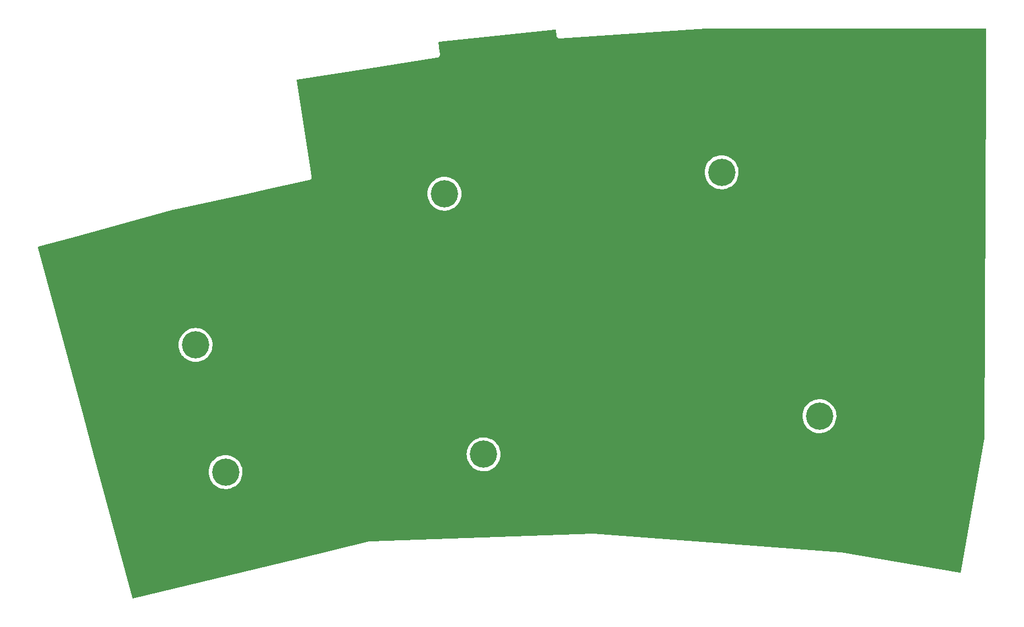
<source format=gtl>
%TF.GenerationSoftware,KiCad,Pcbnew,(6.0.0-0)*%
%TF.CreationDate,2022-02-08T20:13:19+07:00*%
%TF.ProjectId,PCB Bottom,50434220-426f-4747-946f-6d2e6b696361,rev?*%
%TF.SameCoordinates,Original*%
%TF.FileFunction,Copper,L1,Top*%
%TF.FilePolarity,Positive*%
%FSLAX46Y46*%
G04 Gerber Fmt 4.6, Leading zero omitted, Abs format (unit mm)*
G04 Created by KiCad (PCBNEW (6.0.0-0)) date 2022-02-08 20:13:19*
%MOMM*%
%LPD*%
G01*
G04 APERTURE LIST*
%TA.AperFunction,ComponentPad*%
%ADD10C,4.200000*%
%TD*%
G04 APERTURE END LIST*
D10*
%TO.P,,*%
%TO.N,*%
X83007200Y-81280000D03*
%TD*%
%TO.P,,*%
%TO.N,*%
X43241594Y-84021403D03*
%TD*%
%TO.P,REF\u002A\u002A,*%
%TO.N,*%
X38608000Y-64414400D03*
%TD*%
%TO.P,,*%
%TO.N,*%
X134771541Y-75397056D03*
%TD*%
%TO.P,,*%
%TO.N,*%
X119695594Y-37793403D03*
%TD*%
%TO.P,,*%
%TO.N,*%
X76972794Y-41095403D03*
%TD*%
%TA.AperFunction,NonConductor*%
G36*
X160432265Y-15664605D02*
G01*
X160478758Y-15718261D01*
X160490143Y-15771205D01*
X160452568Y-23619157D01*
X160188651Y-78741904D01*
X160186732Y-78763211D01*
X156530988Y-99466042D01*
X156499445Y-99529647D01*
X156438523Y-99566101D01*
X156385223Y-99568252D01*
X138129130Y-96378343D01*
X138122294Y-96376950D01*
X138105501Y-96373040D01*
X138105490Y-96373038D01*
X138100759Y-96371937D01*
X138095903Y-96371576D01*
X138095898Y-96371575D01*
X138092519Y-96371323D01*
X138080200Y-96369793D01*
X138075106Y-96368903D01*
X138052075Y-96368195D01*
X138046615Y-96367909D01*
X99941948Y-93532896D01*
X99936181Y-93532332D01*
X99911067Y-93529293D01*
X99905844Y-93529471D01*
X99899053Y-93529334D01*
X99899053Y-93529386D01*
X99894571Y-93529372D01*
X99890102Y-93529039D01*
X99885637Y-93529343D01*
X99885633Y-93529343D01*
X99863829Y-93530828D01*
X99859554Y-93531046D01*
X99811470Y-93532682D01*
X65602618Y-94696592D01*
X65590805Y-94696440D01*
X65587462Y-94696240D01*
X65578666Y-94694438D01*
X65569720Y-94695177D01*
X65569718Y-94695177D01*
X65543173Y-94697370D01*
X65520599Y-94699236D01*
X65514523Y-94699590D01*
X65494257Y-94700279D01*
X65489843Y-94701065D01*
X65489844Y-94701065D01*
X65488213Y-94701355D01*
X65476497Y-94702879D01*
X65467239Y-94703644D01*
X65462510Y-94704786D01*
X65462508Y-94704786D01*
X65448105Y-94708263D01*
X65440630Y-94709830D01*
X65425466Y-94712531D01*
X65387275Y-94719333D01*
X65379231Y-94723326D01*
X65370711Y-94726135D01*
X65370541Y-94725619D01*
X65359324Y-94729697D01*
X54380251Y-97380338D01*
X28996317Y-103508696D01*
X28925406Y-103505239D01*
X28867619Y-103463993D01*
X28845062Y-103418903D01*
X23626975Y-83994037D01*
X40628469Y-83994037D01*
X40644108Y-84308168D01*
X40644749Y-84311899D01*
X40644750Y-84311907D01*
X40696727Y-84614400D01*
X40696729Y-84614408D01*
X40697371Y-84618145D01*
X40787489Y-84919478D01*
X40913155Y-85207802D01*
X41072549Y-85478940D01*
X41074850Y-85481955D01*
X41261063Y-85725953D01*
X41261068Y-85725958D01*
X41263363Y-85728966D01*
X41482832Y-85954257D01*
X41550236Y-86008548D01*
X41724824Y-86149172D01*
X41724829Y-86149176D01*
X41727777Y-86151550D01*
X41730997Y-86153558D01*
X41991423Y-86315976D01*
X41991430Y-86315980D01*
X41994650Y-86317988D01*
X42279586Y-86451158D01*
X42283196Y-86452341D01*
X42283200Y-86452343D01*
X42371356Y-86481242D01*
X42578456Y-86549133D01*
X42886933Y-86610493D01*
X42890705Y-86610780D01*
X42890713Y-86610781D01*
X43196770Y-86634062D01*
X43196775Y-86634062D01*
X43200547Y-86634349D01*
X43514755Y-86620355D01*
X43518493Y-86619733D01*
X43518501Y-86619732D01*
X43669491Y-86594600D01*
X43825006Y-86568715D01*
X44126807Y-86480177D01*
X44415785Y-86356022D01*
X44419062Y-86354118D01*
X44419069Y-86354115D01*
X44576825Y-86262482D01*
X44687754Y-86198049D01*
X44776693Y-86130907D01*
X44935750Y-86010833D01*
X44935756Y-86010828D01*
X44938776Y-86008548D01*
X45165213Y-85790261D01*
X45363786Y-85546353D01*
X45531618Y-85280354D01*
X45666279Y-84996120D01*
X45765817Y-84697767D01*
X45828791Y-84389616D01*
X45854289Y-84076131D01*
X45854862Y-84021403D01*
X45847101Y-83892659D01*
X45836163Y-83711231D01*
X45836163Y-83711227D01*
X45835935Y-83707453D01*
X45819254Y-83616118D01*
X45780108Y-83401773D01*
X45780107Y-83401769D01*
X45779428Y-83398051D01*
X45686160Y-83097679D01*
X45557481Y-82810686D01*
X45395257Y-82541232D01*
X45392930Y-82538248D01*
X45392925Y-82538241D01*
X45204166Y-82296206D01*
X45204160Y-82296199D01*
X45201835Y-82293218D01*
X44980019Y-82070237D01*
X44733022Y-81875520D01*
X44464420Y-81711887D01*
X44316048Y-81644426D01*
X44181557Y-81583276D01*
X44181549Y-81583273D01*
X44178105Y-81581707D01*
X43878225Y-81486867D01*
X43740957Y-81461054D01*
X43572847Y-81429441D01*
X43572842Y-81429440D01*
X43569123Y-81428741D01*
X43255277Y-81408171D01*
X43251497Y-81408379D01*
X43251496Y-81408379D01*
X43159925Y-81413419D01*
X42941232Y-81425454D01*
X42937505Y-81426115D01*
X42937501Y-81426115D01*
X42827842Y-81445550D01*
X42631539Y-81480340D01*
X42627923Y-81481442D01*
X42627915Y-81481444D01*
X42334306Y-81570929D01*
X42334299Y-81570932D01*
X42330682Y-81572034D01*
X42043020Y-81699208D01*
X42039766Y-81701144D01*
X42039760Y-81701147D01*
X41775978Y-81858081D01*
X41772719Y-81860020D01*
X41523696Y-82052140D01*
X41299557Y-82272785D01*
X41283275Y-82293218D01*
X41105915Y-82515791D01*
X41105909Y-82515800D01*
X41103550Y-82518760D01*
X40938512Y-82786501D01*
X40806835Y-83072130D01*
X40710427Y-83371510D01*
X40709708Y-83375226D01*
X40709706Y-83375234D01*
X40651402Y-83676584D01*
X40651401Y-83676593D01*
X40650683Y-83680303D01*
X40650416Y-83684079D01*
X40650415Y-83684084D01*
X40628737Y-83990248D01*
X40628469Y-83994037D01*
X23626975Y-83994037D01*
X22890554Y-81252634D01*
X80394075Y-81252634D01*
X80409714Y-81566765D01*
X80410355Y-81570496D01*
X80410356Y-81570504D01*
X80462333Y-81872997D01*
X80462335Y-81873005D01*
X80462977Y-81876742D01*
X80464065Y-81880381D01*
X80464066Y-81880384D01*
X80516227Y-82054796D01*
X80553095Y-82178075D01*
X80678761Y-82466399D01*
X80838155Y-82737537D01*
X80840456Y-82740552D01*
X81026669Y-82984550D01*
X81026674Y-82984555D01*
X81028969Y-82987563D01*
X81248438Y-83212854D01*
X81315842Y-83267145D01*
X81490430Y-83407769D01*
X81490435Y-83407773D01*
X81493383Y-83410147D01*
X81496603Y-83412155D01*
X81757029Y-83574573D01*
X81757036Y-83574577D01*
X81760256Y-83576585D01*
X82045192Y-83709755D01*
X82048802Y-83710938D01*
X82048806Y-83710940D01*
X82136962Y-83739839D01*
X82344062Y-83807730D01*
X82652539Y-83869090D01*
X82656311Y-83869377D01*
X82656319Y-83869378D01*
X82962376Y-83892659D01*
X82962381Y-83892659D01*
X82966153Y-83892946D01*
X83280361Y-83878952D01*
X83284099Y-83878330D01*
X83284107Y-83878329D01*
X83435097Y-83853197D01*
X83590612Y-83827312D01*
X83892413Y-83738774D01*
X84181391Y-83614619D01*
X84184668Y-83612715D01*
X84184675Y-83612712D01*
X84342431Y-83521079D01*
X84453360Y-83456646D01*
X84570916Y-83367901D01*
X84701356Y-83269430D01*
X84701362Y-83269425D01*
X84704382Y-83267145D01*
X84883761Y-83094222D01*
X84928092Y-83051487D01*
X84928093Y-83051486D01*
X84930819Y-83048858D01*
X85129392Y-82804950D01*
X85202402Y-82689236D01*
X85295201Y-82542158D01*
X85295204Y-82542152D01*
X85297224Y-82538951D01*
X85431885Y-82254717D01*
X85531423Y-81956364D01*
X85594397Y-81648213D01*
X85619895Y-81334728D01*
X85620468Y-81280000D01*
X85601541Y-80966050D01*
X85545034Y-80656648D01*
X85451766Y-80356276D01*
X85323087Y-80069283D01*
X85160863Y-79799829D01*
X85158536Y-79796845D01*
X85158531Y-79796838D01*
X84969772Y-79554803D01*
X84969766Y-79554796D01*
X84967441Y-79551815D01*
X84745625Y-79328834D01*
X84498628Y-79134117D01*
X84230026Y-78970484D01*
X84115654Y-78918482D01*
X83947163Y-78841873D01*
X83947155Y-78841870D01*
X83943711Y-78840304D01*
X83643831Y-78745464D01*
X83506563Y-78719651D01*
X83338453Y-78688038D01*
X83338448Y-78688037D01*
X83334729Y-78687338D01*
X83020883Y-78666768D01*
X83017103Y-78666976D01*
X83017102Y-78666976D01*
X82925531Y-78672016D01*
X82706838Y-78684051D01*
X82703111Y-78684712D01*
X82703107Y-78684712D01*
X82593448Y-78704147D01*
X82397145Y-78738937D01*
X82393529Y-78740039D01*
X82393521Y-78740041D01*
X82099912Y-78829526D01*
X82099905Y-78829529D01*
X82096288Y-78830631D01*
X81808626Y-78957805D01*
X81805372Y-78959741D01*
X81805366Y-78959744D01*
X81541584Y-79116678D01*
X81538325Y-79118617D01*
X81289302Y-79310737D01*
X81065163Y-79531382D01*
X81048881Y-79551815D01*
X80871521Y-79774388D01*
X80871515Y-79774397D01*
X80869156Y-79777357D01*
X80704118Y-80045098D01*
X80572441Y-80330727D01*
X80476033Y-80630107D01*
X80475314Y-80633823D01*
X80475312Y-80633831D01*
X80417008Y-80935181D01*
X80417007Y-80935190D01*
X80416289Y-80938900D01*
X80416022Y-80942676D01*
X80416021Y-80942681D01*
X80414099Y-80969828D01*
X80394075Y-81252634D01*
X22890554Y-81252634D01*
X21310223Y-75369690D01*
X132158416Y-75369690D01*
X132174055Y-75683821D01*
X132174696Y-75687552D01*
X132174697Y-75687560D01*
X132226674Y-75990053D01*
X132226676Y-75990061D01*
X132227318Y-75993798D01*
X132317436Y-76295131D01*
X132443102Y-76583455D01*
X132602496Y-76854593D01*
X132604797Y-76857608D01*
X132791010Y-77101606D01*
X132791015Y-77101611D01*
X132793310Y-77104619D01*
X133012779Y-77329910D01*
X133080183Y-77384201D01*
X133254771Y-77524825D01*
X133254776Y-77524829D01*
X133257724Y-77527203D01*
X133260944Y-77529211D01*
X133521370Y-77691629D01*
X133521377Y-77691633D01*
X133524597Y-77693641D01*
X133809533Y-77826811D01*
X133813143Y-77827994D01*
X133813147Y-77827996D01*
X133901303Y-77856895D01*
X134108403Y-77924786D01*
X134416880Y-77986146D01*
X134420652Y-77986433D01*
X134420660Y-77986434D01*
X134726717Y-78009715D01*
X134726722Y-78009715D01*
X134730494Y-78010002D01*
X135044702Y-77996008D01*
X135048440Y-77995386D01*
X135048448Y-77995385D01*
X135199438Y-77970253D01*
X135354953Y-77944368D01*
X135656754Y-77855830D01*
X135945732Y-77731675D01*
X135949009Y-77729771D01*
X135949016Y-77729768D01*
X136106772Y-77638135D01*
X136217701Y-77573702D01*
X136306640Y-77506560D01*
X136465697Y-77386486D01*
X136465703Y-77386481D01*
X136468723Y-77384201D01*
X136695160Y-77165914D01*
X136893733Y-76922006D01*
X137061565Y-76656007D01*
X137196226Y-76371773D01*
X137295764Y-76073420D01*
X137358738Y-75765269D01*
X137384236Y-75451784D01*
X137384809Y-75397056D01*
X137365882Y-75083106D01*
X137309375Y-74773704D01*
X137216107Y-74473332D01*
X137087428Y-74186339D01*
X136925204Y-73916885D01*
X136922877Y-73913901D01*
X136922872Y-73913894D01*
X136734113Y-73671859D01*
X136734107Y-73671852D01*
X136731782Y-73668871D01*
X136509966Y-73445890D01*
X136262969Y-73251173D01*
X135994367Y-73087540D01*
X135879995Y-73035538D01*
X135711504Y-72958929D01*
X135711496Y-72958926D01*
X135708052Y-72957360D01*
X135408172Y-72862520D01*
X135270904Y-72836707D01*
X135102794Y-72805094D01*
X135102789Y-72805093D01*
X135099070Y-72804394D01*
X134785224Y-72783824D01*
X134781444Y-72784032D01*
X134781443Y-72784032D01*
X134689872Y-72789072D01*
X134471179Y-72801107D01*
X134467452Y-72801768D01*
X134467448Y-72801768D01*
X134357789Y-72821203D01*
X134161486Y-72855993D01*
X134157870Y-72857095D01*
X134157862Y-72857097D01*
X133864253Y-72946582D01*
X133864246Y-72946585D01*
X133860629Y-72947687D01*
X133572967Y-73074861D01*
X133569713Y-73076797D01*
X133569707Y-73076800D01*
X133305925Y-73233734D01*
X133302666Y-73235673D01*
X133053643Y-73427793D01*
X132829504Y-73648438D01*
X132813222Y-73668871D01*
X132635862Y-73891444D01*
X132635856Y-73891453D01*
X132633497Y-73894413D01*
X132468459Y-74162154D01*
X132336782Y-74447783D01*
X132240374Y-74747163D01*
X132239655Y-74750879D01*
X132239653Y-74750887D01*
X132181349Y-75052237D01*
X132181348Y-75052246D01*
X132180630Y-75055956D01*
X132180363Y-75059732D01*
X132180362Y-75059737D01*
X132178440Y-75086884D01*
X132158416Y-75369690D01*
X21310223Y-75369690D01*
X18359961Y-64387034D01*
X35994875Y-64387034D01*
X36010514Y-64701165D01*
X36011155Y-64704896D01*
X36011156Y-64704904D01*
X36063133Y-65007397D01*
X36063135Y-65007405D01*
X36063777Y-65011142D01*
X36153895Y-65312475D01*
X36279561Y-65600799D01*
X36438955Y-65871937D01*
X36441256Y-65874952D01*
X36627469Y-66118950D01*
X36627474Y-66118955D01*
X36629769Y-66121963D01*
X36849238Y-66347254D01*
X36916642Y-66401545D01*
X37091230Y-66542169D01*
X37091235Y-66542173D01*
X37094183Y-66544547D01*
X37097403Y-66546555D01*
X37357829Y-66708973D01*
X37357836Y-66708977D01*
X37361056Y-66710985D01*
X37645992Y-66844155D01*
X37649602Y-66845338D01*
X37649606Y-66845340D01*
X37737762Y-66874239D01*
X37944862Y-66942130D01*
X38253339Y-67003490D01*
X38257111Y-67003777D01*
X38257119Y-67003778D01*
X38563176Y-67027059D01*
X38563181Y-67027059D01*
X38566953Y-67027346D01*
X38881161Y-67013352D01*
X38884899Y-67012730D01*
X38884907Y-67012729D01*
X39035897Y-66987597D01*
X39191412Y-66961712D01*
X39493213Y-66873174D01*
X39782191Y-66749019D01*
X39785468Y-66747115D01*
X39785475Y-66747112D01*
X39943231Y-66655479D01*
X40054160Y-66591046D01*
X40143099Y-66523904D01*
X40302156Y-66403830D01*
X40302162Y-66403825D01*
X40305182Y-66401545D01*
X40531619Y-66183258D01*
X40730192Y-65939350D01*
X40898024Y-65673351D01*
X41032685Y-65389117D01*
X41132223Y-65090764D01*
X41195197Y-64782613D01*
X41220695Y-64469128D01*
X41221268Y-64414400D01*
X41202341Y-64100450D01*
X41145834Y-63791048D01*
X41052566Y-63490676D01*
X40923887Y-63203683D01*
X40761663Y-62934229D01*
X40759336Y-62931245D01*
X40759331Y-62931238D01*
X40570572Y-62689203D01*
X40570566Y-62689196D01*
X40568241Y-62686215D01*
X40346425Y-62463234D01*
X40099428Y-62268517D01*
X39830826Y-62104884D01*
X39716454Y-62052882D01*
X39547963Y-61976273D01*
X39547955Y-61976270D01*
X39544511Y-61974704D01*
X39244631Y-61879864D01*
X39107363Y-61854051D01*
X38939253Y-61822438D01*
X38939248Y-61822437D01*
X38935529Y-61821738D01*
X38621683Y-61801168D01*
X38617903Y-61801376D01*
X38617902Y-61801376D01*
X38526331Y-61806416D01*
X38307638Y-61818451D01*
X38303911Y-61819112D01*
X38303907Y-61819112D01*
X38194248Y-61838547D01*
X37997945Y-61873337D01*
X37994329Y-61874439D01*
X37994321Y-61874441D01*
X37700712Y-61963926D01*
X37700705Y-61963929D01*
X37697088Y-61965031D01*
X37409426Y-62092205D01*
X37406172Y-62094141D01*
X37406166Y-62094144D01*
X37142384Y-62251078D01*
X37139125Y-62253017D01*
X36890102Y-62445137D01*
X36665963Y-62665782D01*
X36649681Y-62686215D01*
X36472321Y-62908788D01*
X36472315Y-62908797D01*
X36469956Y-62911757D01*
X36304918Y-63179498D01*
X36173241Y-63465127D01*
X36076833Y-63764507D01*
X36076114Y-63768223D01*
X36076112Y-63768231D01*
X36017808Y-64069581D01*
X36017807Y-64069590D01*
X36017089Y-64073300D01*
X36016822Y-64077076D01*
X36016821Y-64077081D01*
X36014899Y-64104228D01*
X35994875Y-64387034D01*
X18359961Y-64387034D01*
X14335581Y-49405867D01*
X14337226Y-49334890D01*
X14376982Y-49276069D01*
X14424064Y-49251632D01*
X19588807Y-47840836D01*
X35186072Y-43580301D01*
X35192384Y-43578751D01*
X46685873Y-41068037D01*
X74359669Y-41068037D01*
X74375308Y-41382168D01*
X74375949Y-41385899D01*
X74375950Y-41385907D01*
X74427927Y-41688400D01*
X74427929Y-41688408D01*
X74428571Y-41692145D01*
X74518689Y-41993478D01*
X74644355Y-42281802D01*
X74803749Y-42552940D01*
X74806050Y-42555955D01*
X74992263Y-42799953D01*
X74992268Y-42799958D01*
X74994563Y-42802966D01*
X75214032Y-43028257D01*
X75281436Y-43082548D01*
X75456024Y-43223172D01*
X75456029Y-43223176D01*
X75458977Y-43225550D01*
X75462197Y-43227558D01*
X75722623Y-43389976D01*
X75722630Y-43389980D01*
X75725850Y-43391988D01*
X76010786Y-43525158D01*
X76014396Y-43526341D01*
X76014400Y-43526343D01*
X76178998Y-43580301D01*
X76309656Y-43623133D01*
X76618133Y-43684493D01*
X76621905Y-43684780D01*
X76621913Y-43684781D01*
X76927970Y-43708062D01*
X76927975Y-43708062D01*
X76931747Y-43708349D01*
X77245955Y-43694355D01*
X77249693Y-43693733D01*
X77249701Y-43693732D01*
X77400691Y-43668600D01*
X77556206Y-43642715D01*
X77858007Y-43554177D01*
X78146985Y-43430022D01*
X78150262Y-43428118D01*
X78150269Y-43428115D01*
X78308025Y-43336482D01*
X78418954Y-43272049D01*
X78507893Y-43204907D01*
X78666950Y-43084833D01*
X78666956Y-43084828D01*
X78669976Y-43082548D01*
X78896413Y-42864261D01*
X79094986Y-42620353D01*
X79262818Y-42354354D01*
X79397479Y-42070120D01*
X79497017Y-41771767D01*
X79559991Y-41463616D01*
X79585489Y-41150131D01*
X79586062Y-41095403D01*
X79567135Y-40781453D01*
X79510628Y-40472051D01*
X79482820Y-40382493D01*
X79463767Y-40321133D01*
X79417360Y-40171679D01*
X79288681Y-39884686D01*
X79126457Y-39615232D01*
X79124130Y-39612248D01*
X79124125Y-39612241D01*
X78935366Y-39370206D01*
X78935360Y-39370199D01*
X78933035Y-39367218D01*
X78711219Y-39144237D01*
X78464222Y-38949520D01*
X78195620Y-38785887D01*
X78062516Y-38725368D01*
X77912757Y-38657276D01*
X77912749Y-38657273D01*
X77909305Y-38655707D01*
X77609425Y-38560867D01*
X77459086Y-38532596D01*
X77304047Y-38503441D01*
X77304042Y-38503440D01*
X77300323Y-38502741D01*
X76986477Y-38482171D01*
X76982697Y-38482379D01*
X76982696Y-38482379D01*
X76891125Y-38487419D01*
X76672432Y-38499454D01*
X76668705Y-38500115D01*
X76668701Y-38500115D01*
X76559042Y-38519550D01*
X76362739Y-38554340D01*
X76359123Y-38555442D01*
X76359115Y-38555444D01*
X76065506Y-38644929D01*
X76065499Y-38644932D01*
X76061882Y-38646034D01*
X75774220Y-38773208D01*
X75770966Y-38775144D01*
X75770960Y-38775147D01*
X75550774Y-38906144D01*
X75503919Y-38934020D01*
X75500918Y-38936335D01*
X75500914Y-38936338D01*
X75464476Y-38964450D01*
X75254896Y-39126140D01*
X75252197Y-39128796D01*
X75252198Y-39128796D01*
X75056649Y-39321297D01*
X75030757Y-39346785D01*
X75014475Y-39367218D01*
X74837115Y-39589791D01*
X74837109Y-39589800D01*
X74834750Y-39592760D01*
X74669712Y-39860501D01*
X74538035Y-40146130D01*
X74441627Y-40445510D01*
X74440908Y-40449226D01*
X74440906Y-40449234D01*
X74382602Y-40750584D01*
X74382601Y-40750593D01*
X74381883Y-40754303D01*
X74381616Y-40758079D01*
X74381615Y-40758084D01*
X74379693Y-40785231D01*
X74359669Y-41068037D01*
X46685873Y-41068037D01*
X49535663Y-40445510D01*
X56085382Y-39014746D01*
X56093368Y-39013270D01*
X56145690Y-39005335D01*
X56156609Y-39000262D01*
X56189329Y-38985058D01*
X56198353Y-38981284D01*
X56235028Y-38967591D01*
X56235030Y-38967590D01*
X56243440Y-38964450D01*
X56250630Y-38959077D01*
X56255345Y-38956504D01*
X56265023Y-38950723D01*
X56269514Y-38947799D01*
X56277654Y-38944016D01*
X56284403Y-38938103D01*
X56284406Y-38938101D01*
X56313853Y-38912301D01*
X56321457Y-38906144D01*
X56352809Y-38882714D01*
X56360000Y-38877340D01*
X56365394Y-38870163D01*
X56369209Y-38866358D01*
X56376833Y-38858140D01*
X56380349Y-38854042D01*
X56387104Y-38848124D01*
X56391926Y-38840548D01*
X56391928Y-38840546D01*
X56412945Y-38807527D01*
X56418504Y-38799498D01*
X56447426Y-38761016D01*
X56450588Y-38752615D01*
X56453175Y-38747905D01*
X56458206Y-38737837D01*
X56460419Y-38732941D01*
X56465240Y-38725368D01*
X56467742Y-38716744D01*
X56478647Y-38679155D01*
X56481734Y-38669876D01*
X56495526Y-38633234D01*
X56495527Y-38633232D01*
X56498689Y-38624830D01*
X56499366Y-38615881D01*
X56500528Y-38610633D01*
X56502535Y-38599535D01*
X56503283Y-38594233D01*
X56505783Y-38585614D01*
X56505764Y-38576640D01*
X56505680Y-38537492D01*
X56506039Y-38527714D01*
X56508993Y-38488684D01*
X56508993Y-38488679D01*
X56509670Y-38479730D01*
X56497850Y-38423994D01*
X56496656Y-38417530D01*
X56492908Y-38393787D01*
X56393790Y-37766037D01*
X117082469Y-37766037D01*
X117098108Y-38080168D01*
X117098749Y-38083899D01*
X117098750Y-38083907D01*
X117150727Y-38386400D01*
X117150729Y-38386408D01*
X117151371Y-38390145D01*
X117152459Y-38393784D01*
X117152460Y-38393787D01*
X117237804Y-38679155D01*
X117241489Y-38691478D01*
X117367155Y-38979802D01*
X117526549Y-39250940D01*
X117528850Y-39253955D01*
X117715063Y-39497953D01*
X117715068Y-39497958D01*
X117717363Y-39500966D01*
X117936832Y-39726257D01*
X118004236Y-39780548D01*
X118178824Y-39921172D01*
X118178829Y-39921176D01*
X118181777Y-39923550D01*
X118184997Y-39925558D01*
X118445423Y-40087976D01*
X118445430Y-40087980D01*
X118448650Y-40089988D01*
X118733586Y-40223158D01*
X118737196Y-40224341D01*
X118737200Y-40224343D01*
X118825356Y-40253242D01*
X119032456Y-40321133D01*
X119340933Y-40382493D01*
X119344705Y-40382780D01*
X119344713Y-40382781D01*
X119650770Y-40406062D01*
X119650775Y-40406062D01*
X119654547Y-40406349D01*
X119968755Y-40392355D01*
X119972493Y-40391733D01*
X119972501Y-40391732D01*
X120123491Y-40366600D01*
X120279006Y-40340715D01*
X120580807Y-40252177D01*
X120869785Y-40128022D01*
X120873062Y-40126118D01*
X120873069Y-40126115D01*
X121030825Y-40034482D01*
X121141754Y-39970049D01*
X121259146Y-39881428D01*
X121389750Y-39782833D01*
X121389756Y-39782828D01*
X121392776Y-39780548D01*
X121619213Y-39562261D01*
X121817786Y-39318353D01*
X121925951Y-39146921D01*
X121983595Y-39055561D01*
X121983598Y-39055555D01*
X121985618Y-39052354D01*
X122111862Y-38785887D01*
X122118654Y-38771550D01*
X122120279Y-38768120D01*
X122219817Y-38469767D01*
X122282791Y-38161616D01*
X122308289Y-37848131D01*
X122308862Y-37793403D01*
X122289935Y-37479453D01*
X122233428Y-37170051D01*
X122140160Y-36869679D01*
X122011481Y-36582686D01*
X121849257Y-36313232D01*
X121846930Y-36310248D01*
X121846925Y-36310241D01*
X121658166Y-36068206D01*
X121658160Y-36068199D01*
X121655835Y-36065218D01*
X121434019Y-35842237D01*
X121187022Y-35647520D01*
X120918420Y-35483887D01*
X120804048Y-35431885D01*
X120635557Y-35355276D01*
X120635549Y-35355273D01*
X120632105Y-35353707D01*
X120332225Y-35258867D01*
X120194957Y-35233054D01*
X120026847Y-35201441D01*
X120026842Y-35201440D01*
X120023123Y-35200741D01*
X119709277Y-35180171D01*
X119705497Y-35180379D01*
X119705496Y-35180379D01*
X119613925Y-35185419D01*
X119395232Y-35197454D01*
X119391505Y-35198115D01*
X119391501Y-35198115D01*
X119281842Y-35217550D01*
X119085539Y-35252340D01*
X119081923Y-35253442D01*
X119081915Y-35253444D01*
X118788306Y-35342929D01*
X118788299Y-35342932D01*
X118784682Y-35344034D01*
X118497020Y-35471208D01*
X118493766Y-35473144D01*
X118493760Y-35473147D01*
X118229978Y-35630081D01*
X118226719Y-35632020D01*
X117977696Y-35824140D01*
X117753557Y-36044785D01*
X117737275Y-36065218D01*
X117559915Y-36287791D01*
X117559909Y-36287800D01*
X117557550Y-36290760D01*
X117392512Y-36558501D01*
X117260835Y-36844130D01*
X117164427Y-37143510D01*
X117163708Y-37147226D01*
X117163706Y-37147234D01*
X117105402Y-37448584D01*
X117105401Y-37448593D01*
X117104683Y-37452303D01*
X117104416Y-37456079D01*
X117104415Y-37456084D01*
X117102493Y-37483231D01*
X117082469Y-37766037D01*
X56393790Y-37766037D01*
X54160072Y-23619156D01*
X54169205Y-23548751D01*
X54214953Y-23494458D01*
X54265155Y-23475005D01*
X65224187Y-21769709D01*
X75818443Y-20121176D01*
X75825527Y-20120279D01*
X75845723Y-20118300D01*
X75880745Y-20114868D01*
X75923079Y-20097853D01*
X75933225Y-20094271D01*
X75968275Y-20083559D01*
X75968278Y-20083558D01*
X75976859Y-20080935D01*
X75984797Y-20075722D01*
X76006965Y-20064135D01*
X76006968Y-20064134D01*
X76015762Y-20060599D01*
X76022818Y-20055048D01*
X76022822Y-20055045D01*
X76051604Y-20032399D01*
X76060342Y-20026108D01*
X76098488Y-20001056D01*
X76104307Y-19994220D01*
X76104310Y-19994217D01*
X76104637Y-19993833D01*
X76122667Y-19976484D01*
X76123065Y-19976171D01*
X76123067Y-19976169D01*
X76130121Y-19970619D01*
X76135336Y-19963309D01*
X76156615Y-19933481D01*
X76163242Y-19924985D01*
X76186993Y-19897083D01*
X76186994Y-19897082D01*
X76192810Y-19890249D01*
X76196476Y-19882056D01*
X76196478Y-19882053D01*
X76196689Y-19881582D01*
X76209116Y-19859885D01*
X76209413Y-19859468D01*
X76214628Y-19852158D01*
X76229633Y-19809078D01*
X76233609Y-19799064D01*
X76248574Y-19765617D01*
X76252240Y-19757424D01*
X76253529Y-19748021D01*
X76259373Y-19723690D01*
X76262491Y-19714739D01*
X76264802Y-19669174D01*
X76265804Y-19658472D01*
X76272002Y-19613257D01*
X76263200Y-19554321D01*
X76262498Y-19548780D01*
X76224984Y-19188640D01*
X76075768Y-17756177D01*
X76088605Y-17686352D01*
X76137155Y-17634550D01*
X76188091Y-17617796D01*
X86677057Y-16529845D01*
X94025404Y-15767649D01*
X94095224Y-15780517D01*
X94147005Y-15829089D01*
X94163771Y-15880370D01*
X94246008Y-16698158D01*
X94246402Y-16703021D01*
X94250184Y-16764443D01*
X94253227Y-16772883D01*
X94253228Y-16772890D01*
X94263722Y-16801999D01*
X94267503Y-16814474D01*
X94277084Y-16853212D01*
X94281598Y-16860970D01*
X94284740Y-16866370D01*
X94294365Y-16887004D01*
X94296487Y-16892891D01*
X94296489Y-16892895D01*
X94299532Y-16901336D01*
X94304822Y-16908585D01*
X94304823Y-16908586D01*
X94323058Y-16933572D01*
X94330186Y-16944482D01*
X94345747Y-16971225D01*
X94350263Y-16978986D01*
X94356774Y-16985166D01*
X94356776Y-16985169D01*
X94361306Y-16989469D01*
X94376338Y-17006575D01*
X94380020Y-17011620D01*
X94380024Y-17011624D01*
X94385316Y-17018875D01*
X94392430Y-17024349D01*
X94392431Y-17024350D01*
X94416949Y-17043216D01*
X94426853Y-17051688D01*
X94449289Y-17072984D01*
X94449293Y-17072987D01*
X94455803Y-17079166D01*
X94463788Y-17083271D01*
X94469339Y-17086125D01*
X94488566Y-17098323D01*
X94493523Y-17102137D01*
X94493527Y-17102139D01*
X94500641Y-17107613D01*
X94509008Y-17110871D01*
X94537841Y-17122099D01*
X94549717Y-17127446D01*
X94585217Y-17145697D01*
X94594033Y-17147396D01*
X94600166Y-17148578D01*
X94622046Y-17154890D01*
X94636238Y-17160417D01*
X94645178Y-17161195D01*
X94645180Y-17161196D01*
X94661787Y-17162642D01*
X94676003Y-17163880D01*
X94688913Y-17165681D01*
X94719287Y-17171535D01*
X94719293Y-17171535D01*
X94728103Y-17173233D01*
X94793725Y-17167038D01*
X94797016Y-17166772D01*
X117275315Y-15644891D01*
X117283826Y-15644603D01*
X160364144Y-15644603D01*
X160432265Y-15664605D01*
G37*
%TD.AperFunction*%
M02*

</source>
